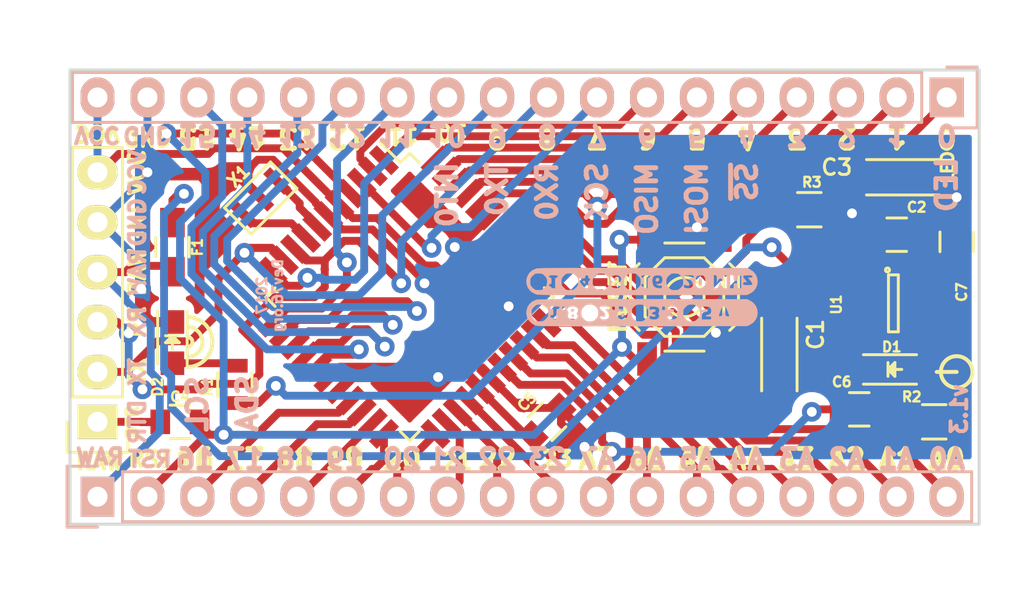
<source format=kicad_pcb>
(kicad_pcb (version 20221018) (generator pcbnew)
  (title_block (title "Mightyduino") (date "2017-01-07") (rev "1.3") (company "dev76.org"))
  (layers (0 "F.Cu" signal) (31 "B.Cu" signal) (34 "B.Paste" user) (35 "F.Paste" user) (36 "B.SilkS" user "B.Silkscreen") (37 "F.SilkS" user "F.Silkscreen") (38 "B.Mask" user) (39 "F.Mask" user) (44 "Edge.Cuts" user))
  (net 0 "")
  (net 1 "Net-(C1-Pad1)")
  (net 2 "GND")
  (net 3 "VCC")
  (net 4 "/RESET")
  (net 5 "/DTR")
  (net 6 "Net-(C6-Pad1)")
  (net 7 "Net-(D1-Pad2)")
  (net 8 "Net-(D2-Pad2)")
  (net 9 "/RAW")
  (net 10 "/D5")
  (net 11 "/D6")
  (net 12 "/D7")
  (net 13 "Net-(IC1-Pad7)")
  (net 14 "Net-(IC1-Pad8)")
  (net 15 "/D8")
  (net 16 "/D9")
  (net 17 "/D10")
  (net 18 "/D11")
  (net 19 "/D12")
  (net 20 "/D13")
  (net 21 "/D14")
  (net 22 "/D15")
  (net 23 "/D16")
  (net 24 "/D17")
  (net 25 "/D18")
  (net 26 "/D19")
  (net 27 "/D20")
  (net 28 "/D21")
  (net 29 "/D22")
  (net 30 "/D23")
  (net 31 "/A7")
  (net 32 "/A6")
  (net 33 "/A5")
  (net 34 "/A4")
  (net 35 "/A3")
  (net 36 "/A2")
  (net 37 "/A1")
  (net 38 "/A0")
  (net 39 "/D0")
  (net 40 "/D1")
  (net 41 "/D2")
  (net 42 "/D3")
  (net 43 "/D4")
  (net 44 "Net-(C7-Pad1)")
  (footprint "Capacitors_SMD:C_0805" (layer "F.Cu") (at 170.18 107.315 180)
    (fp_text reference "C2")
    (fp_text value "100n")
  )
  (footprint "Capacitors_SMD:C_0805" (layer "F.Cu") (at 152.4 116.84 45)
    (fp_text reference "C5")
    (fp_text value "100n")
  )
  (footprint "Capacitors_SMD:C_0805" (layer "F.Cu") (at 168.275 116.205)
    (fp_text reference "C6")
    (fp_text value "100n")
  )
  (footprint "LEDs:LED_0805" (layer "F.Cu") (at 133.35 112.80902 -90)
    (fp_text reference "D2")
    (fp_text value "blue")
  )
  (footprint "Capacitors_SMD:C_0805_HandSoldering" (layer "F.Cu") (at 133.35 107.95 90)
    (fp_text reference "F1")
    (fp_text value "500mA" hide)
  )
  (footprint "Housings_QFP:LQFP-44_10x10mm_Pitch0.8mm" (layer "F.Cu") (at 145.415 110.49 -45)
    (fp_text reference "IC1" hide)
    (fp_text value "ATMEGA644P-A" hide)
  )
  (footprint "Pin_Headers:Pin_Header_Straight_1x06" (layer "F.Cu") (at 129.54 116.84 180)
    (fp_text reference "P2" hide)
    (fp_text value "CONN_01X06")
  )
  (footprint "Resistors_SMD:R_0805" (layer "F.Cu") (at 136.525 114.935 -90)
    (fp_text reference "R1")
    (fp_text value "330")
  )
  (footprint "Resistors_SMD:R_0805" (layer "F.Cu") (at 172.085 116.84)
    (fp_text reference "R2")
    (fp_text value "330")
  )
  (footprint "Resistors_SMD:R_0805" (layer "F.Cu") (at 165.735 106.045 180)
    (fp_text reference "R3")
    (fp_text value "10k")
  )
  (footprint "Buttons_Switches_SMD:SW_SPST_TL3342" (layer "F.Cu") (at 159.385 110.49 -90)
    (fp_text reference "SW1" hide)
    (fp_text value "RESET")
  )
  (footprint "parts:CSTCEv2" (layer "F.Cu") (at 137.795 105.41 -135)
    (fp_text reference "X1")
    (fp_text value "CSTCE 16MHZ" hide)
  )
  (footprint "Capacitors_SMD:C_0805" (layer "F.Cu") (at 173.228 107.68 90)
    (fp_text reference "C7")
    (fp_text value "470p")
  )
  (footprint "TO_SOT_Packages_SMD:SOT-23-5" (layer "F.Cu") (at 170.01 110.81)
    (fp_text reference "U1")
    (fp_text value "MIC5219-3.3YM5" hide)
  )
  (footprint "Capacitors_SMD:C_0805" (layer "F.Cu") (at 133.731 116.84 180)
    (fp_text reference "C4")
    (fp_text value "100n")
  )
  (footprint "LEDs:LED_0805" (layer "F.Cu") (at 170.08602 114.173)
    (fp_text reference "D1")
    (fp_text value "red")
  )
  (footprint "Capacitors_Tantalum_SMD:TantalC_SizeA_EIA-3216_Reflow" (layer "F.Cu") (at 164.211 113.665 -90)
    (fp_text reference "C1")
    (fp_text value "10u")
  )
  (footprint "Capacitors_Tantalum_SMD:TantalC_SizeA_EIA-3216_Reflow" (layer "F.Cu") (at 170.2435 104.394 180)
    (fp_text reference "C3")
    (fp_text value "10u")
  )
  (footprint "Pin_Headers:Pin_Header_Straight_1x18" (layer "B.Cu") (at 172.72 100.33 90)
    (fp_text reference "P1" hide)
    (fp_text value "CONN_01X18")
  )
  (footprint "Pin_Headers:Pin_Header_Straight_1x18" (layer "B.Cu") (at 129.54 120.65 -90)
    (fp_text reference "P3" hide)
    (fp_text value "CONN_01X18")
  )
  (footprint "parts:logo_small_solder_mask" (layer "B.Cu") (at 168.91 110.49 -90)
    (fp_text reference "G***" hide)
    (fp_text value "LOGO" hide)
  )
  (footprint "parts:dev76logo" (layer "B.Cu") (at 161.29 115.57 180)
    (fp_text reference "G***" hide)
    (fp_text value "LOGO" hide)
  )
  (footprint "parts:specs" (layer "B.Cu") (at 157.226 110.49)
    (fp_text reference "G***" hide)
    (fp_text value "LOGO" hide)
  )
  (footprint "parts:logo_oshw" (layer "B.Cu") (at 163.576 113.792 180)
    (fp_text reference "G***" hide)
    (fp_text value "LOGO" hide)
  )
  (gr_line (start 172.212 114.3) (end 173.228 114.3) (stroke (width 0.2)) (layer "F.SilkS"))
  (gr_arc (start 134.112 112.522) (mid 134.36272 112.735314) (end 134.192322 113.016966) (stroke (width 0.2)) (layer "F.SilkS"))
  (gr_circle (center 173.228 114.3) (end 173.482 113.538) (stroke (width 0.2)) (fill none) (layer "F.SilkS"))
  (gr_arc (start 134.112 111.506) (mid 135.382 112.776) (end 134.112 114.046) (stroke (width 0.2)) (layer "F.SilkS"))
  (gr_arc (start 134.112 112.014) (mid 134.874 112.776) (end 134.112 113.538) (stroke (width 0.2)) (layer "F.SilkS"))
  (gr_line (start 128.143 98.933) (end 128.143 98.933) (stroke (width 0.15)) (layer "Edge.Cuts"))
  (gr_line (start 128.143 98.933) (end 174.371 98.933) (stroke (width 0.15)) (layer "Edge.Cuts"))
  (gr_line (start 174.371 98.933) (end 174.371 122.047) (stroke (width 0.15)) (layer "Edge.Cuts"))
  (gr_line (start 174.371 122.047) (end 128.143 122.047) (stroke (width 0.15)) (layer "Edge.Cuts"))
  (gr_line (start 128.143 122.047) (end 128.143 98.933) (stroke (width 0.15)) (layer "Edge.Cuts"))
  (gr_text "VCC" (at 131.572 104.14 90) (layer "B.SilkS") (effects (font (size 0.8 0.8) (thickness 0.2)) (justify mirror)))
  (gr_text "GND" (at 131.572 106.68 90) (layer "B.SilkS") (effects (font (size 0.8 0.8) (thickness 0.2)) (justify mirror)))
  (gr_text "RAW" (at 131.572 109.22 90) (layer "B.SilkS") (effects (font (size 0.8 0.8) (thickness 0.2)) (justify mirror)))
  (gr_text "RX" (at 131.572 111.76 90) (layer "B.SilkS") (effects (font (size 0.8 0.8) (thickness 0.2)) (justify mirror)))
  (gr_text "TX" (at 131.572 114.3 90) (layer "B.SilkS") (effects (font (size 0.8 0.8) (thickness 0.2)) (justify mirror)))
  (gr_text "DTR" (at 131.572 116.84 90) (layer "B.SilkS") (effects (font (size 0.8 0.8) (thickness 0.2)) (justify mirror)))
  (gr_text "A6" (at 157.48 118.745) (layer "B.SilkS") (effects (font (size 1 1) (thickness 0.25)) (justify mirror)))
  (gr_text "A7" (at 154.94 118.745) (layer "B.SilkS") (effects (font (size 1 1) (thickness 0.25)) (justify mirror)))
  (gr_text "A4" (at 162.56 118.745) (layer "B.SilkS") (effects (font (size 1 1) (thickness 0.25)) (justify mirror)))
  (gr_text "A5" (at 160.02 118.745) (layer "B.SilkS") (effects (font (size 1 1) (thickness 0.25)) (justify mirror)))
  (gr_text "20" (at 145.034 118.745) (layer "B.SilkS") (effects (font (size 1 1) (thickness 0.25)) (justify mirror)))
  (gr_text "22" (at 149.86 118.745) (layer "B.SilkS") (effects (font (size 1 1) (thickness 0.25)) (justify mirror)))
  (gr_text "19" (at 142.113 118.745) (layer "B.SilkS") (effects (font (size 1 1) (thickness 0.25)) (justify mirror)))
  (gr_text "16" (at 134.493 118.745) (layer "B.SilkS") (effects (font (size 1 1) (thickness 0.25)) (justify mirror)))
  (gr_text "18" (at 139.573 118.745) (layer "B.SilkS") (effects (font (size 1 1) (thickness 0.25)) (justify mirror)))
  (gr_text "17" (at 137.033 118.745) (layer "B.SilkS") (effects (font (size 1 1) (thickness 0.25)) (justify mirror)))
  (gr_text "A2" (at 167.64 118.745) (layer "B.SilkS") (effects (font (size 1 1) (thickness 0.25)) (justify mirror)))
  (gr_text "A3" (at 165.1 118.745) (layer "B.SilkS") (effects (font (size 1 1) (thickness 0.25)) (justify mirror)))
  (gr_text "A0" (at 172.72 118.745) (layer "B.SilkS") (effects (font (size 1 1) (thickness 0.25)) (justify mirror)))
  (gr_text "A1" (at 170.18 118.745) (layer "B.SilkS") (effects (font (size 1 1) (thickness 0.25)) (justify mirror)))
  (gr_text "RST" (at 132.207 118.745) (layer "B.SilkS") (effects (font (size 0.8 0.8) (thickness 0.2)) (justify mirror)))
  (gr_text "RAW" (at 129.667 118.618) (layer "B.SilkS") (effects (font (size 0.8 0.8) (thickness 0.2)) (justify mirror)))
  (gr_text "7" (at 154.94 102.235 180) (layer "B.SilkS") (effects (font (size 1 1) (thickness 0.25)) (justify mirror)))
  (gr_text "6" (at 157.48 102.235 180) (layer "B.SilkS") (effects (font (size 1 1) (thickness 0.25)) (justify mirror)))
  (gr_text "8" (at 152.4 102.235 180) (layer "B.SilkS") (effects (font (size 1 1) (thickness 0.25)) (justify mirror)))
  (gr_text "5" (at 160.02 102.235 180) (layer "B.SilkS") (effects (font (size 1 1) (thickness 0.25)) (justify mirror)))
  (gr_text "4" (at 162.56 102.235 180) (layer "B.SilkS") (effects (font (size 1 1) (thickness 0.25)) (justify mirror)))
  (gr_text "9" (at 149.86 102.235 180) (layer "B.SilkS") (effects (font (size 1 1) (thickness 0.25)) (justify mirror)))
  (gr_text "12" (at 142.24 102.235 180) (layer "B.SilkS") (effects (font (size 1 1) (thickness 0.25)) (justify mirror)))
  (gr_text "14" (at 137.16 102.235 180) (layer "B.SilkS") (effects (font (size 1 1) (thickness 0.25)) (justify mirror)))
  (gr_text "13" (at 139.7 102.235 180) (layer "B.SilkS") (effects (font (size 1 1) (thickness 0.25)) (justify mirror)))
  (gr_text "0" (at 172.72 102.235 180) (layer "B.SilkS") (effects (font (size 1 1) (thickness 0.25)) (justify mirror)))
  (gr_text "1" (at 170.18 102.235 180) (layer "B.SilkS") (effects (font (size 1 1) (thickness 0.25)) (justify mirror)))
  (gr_text "3" (at 165.1 102.235 180) (layer "B.SilkS") (effects (font (size 1 1) (thickness 0.25)) (justify mirror)))
  (gr_text "2" (at 167.64 102.235 180) (layer "B.SilkS") (effects (font (size 1 1) (thickness 0.25)) (justify mirror)))
  (gr_text "15" (at 134.62 102.235 180) (layer "B.SilkS") (effects (font (size 1 1) (thickness 0.25)) (justify mirror)))
  (gr_text "VCC" (at 129.5146 102.235 180) (layer "B.SilkS") (effects (font (size 0.8 0.8) (thickness 0.2)) (justify mirror)))
  (gr_text "GND" (at 132.08 102.235 180) (layer "B.SilkS") (effects (font (size 0.8 0.8) (thickness 0.2)) (justify mirror)))
  (gr_text "11" (at 144.78 102.235 180) (layer "B.SilkS") (effects (font (size 1 1) (thickness 0.25)) (justify mirror)))
  (gr_text "10" (at 147.32 102.235 180) (layer "B.SilkS") (effects (font (size 1 1) (thickness 0.25)) (justify mirror)))
  (gr_text "23" (at 152.4 118.745) (layer "B.SilkS") (effects (font (size 1 1) (thickness 0.25)) (justify mirror)))
  (gr_text "21" (at 147.32 118.745) (layer "B.SilkS") (effects (font (size 1 1) (thickness 0.25)) (justify mirror)))
  (gr_text "MOSI" (at 160.02 103.505 90) (layer "B.SilkS") (effects (font (size 1 1) (thickness 0.25)) (justify left mirror)))
  (gr_text "MISO" (at 157.48 103.505 90) (layer "B.SilkS") (effects (font (size 1 1) (thickness 0.25)) (justify left mirror)))
  (gr_text "SCK" (at 154.94 103.505 90) (layer "B.SilkS") (effects (font (size 1 1) (thickness 0.25)) (justify left mirror)))
  (gr_text "SCL" (at 134.62 117.475 90) (layer "B.SilkS") (effects (font (size 1 1) (thickness 0.25)) (justify right mirror)))
  (gr_text "SDA" (at 137.16 117.475 90) (layer "B.SilkS") (effects (font (size 1 1) (thickness 0.25)) (justify right mirror)))
  (gr_text "RX0" (at 152.4 103.505 90) (layer "B.SilkS") (effects (font (size 1 1) (thickness 0.25)) (justify left mirror)))
  (gr_text "TX0" (at 149.86 103.505 90) (layer "B.SilkS") (effects (font (size 1 1) (thickness 0.25)) (justify left mirror)))
  (gr_text "INT0" (at 147.32 103.505 90) (layer "B.SilkS") (effects (font (size 1 1) (thickness 0.25)) (justify left mirror)))
  (gr_text "~{SS}" (at 162.56 103.505 90) (layer "B.SilkS") (effects (font (size 1 1) (thickness 0.25)) (justify left mirror)))
  (gr_text "2017\nDev76.org" (at 138.303 110.4138 90) (layer "B.SilkS") (effects (font (size 0.5 0.5) (thickness 0.125)) (justify mirror)))
  (gr_text "v1.3" (at 173.355 116.205 90) (layer "B.SilkS") (effects (font (size 0.8 0.8) (thickness 0.2)) (justify mirror)))
  (gr_text "LED" (at 172.72 104.775 90) (layer "B.SilkS") (effects (font (size 1 1) (thickness 0.25)) (justify mirror)))
  (gr_text "A1" (at 170.18 118.745) (layer "F.SilkS") (effects (font (size 1 1) (thickness 0.25))))
  (gr_text "A2" (at 167.64 118.745) (layer "F.SilkS") (effects (font (size 1 1) (thickness 0.25))))
  (gr_text "A3" (at 165.1 118.745) (layer "F.SilkS") (effects (font (size 1 1) (thickness 0.25))))
  (gr_text "A5" (at 160.02 118.745) (layer "F.SilkS") (effects (font (size 1 1) (thickness 0.25))))
  (gr_text "A7" (at 154.94 118.745) (layer "F.SilkS") (effects (font (size 1 1) (thickness 0.25))))
  (gr_text "A4" (at 162.56 118.745) (layer "F.SilkS") (effects (font (size 1 1) (thickness 0.25))))
  (gr_text "A6" (at 157.48 118.745) (layer "F.SilkS") (effects (font (size 1 1) (thickness 0.25))))
  (gr_text "22" (at 149.86 118.745) (layer "F.SilkS") (effects (font (size 1 1) (thickness 0.25))))
  (gr_text "20" (at 145.034 118.745) (layer "F.SilkS") (effects (font (size 1 1) (thickness 0.25))))
  (gr_text "23" (at 152.908 118.745) (layer "F.SilkS") (effects (font (size 0.8 0.8) (thickness 0.2))))
  (gr_text "21" (at 147.828 118.872) (layer "F.SilkS") (effects (font (size 0.8 0.8) (thickness 0.2))))
  (gr_text "18" (at 139.573 118.745) (layer "F.SilkS") (effects (font (size 1 1) (thickness 0.25))))
  (gr_text "16" (at 134.493 118.745) (layer "F.SilkS") (effects (font (size 1 1) (thickness 0.25))))
  (gr_text "19" (at 142.113 118.745) (layer "F.SilkS") (effects (font (size 1 1) (thickness 0.25))))
  (gr_text "17" (at 137.033 118.745) (layer "F.SilkS") (effects (font (size 1 1) (thickness 0.25))))
  (gr_text "RST" (at 132.207 118.745) (layer "F.SilkS") (effects (font (size 0.8 0.8) (thickness 0.2))))
  (gr_text "RAW" (at 129.667 118.872) (layer "F.SilkS") (effects (font (size 0.8 0.8) (thickness 0.2))))
  (gr_text "15" (at 134.62 102.362 180) (layer "F.SilkS") (effects (font (size 1 1) (thickness 0.25))))
  (gr_text "14" (at 137.16 102.362 180) (layer "F.SilkS") (effects (font (size 1 1) (thickness 0.25))))
  (gr_text "12" (at 142.24 102.362 180) (layer "F.SilkS") (effects (font (size 1 1) (thickness 0.25))))
  (gr_text "13" (at 139.7 102.362 180) (layer "F.SilkS") (effects (font (size 1 1) (thickness 0.25))))
  (gr_text "8" (at 152.4 102.362 180) (layer "F.SilkS") (effects (font (size 1 1) (thickness 0.25))))
  (gr_text "10" (at 147.574 102.108 180) (layer "F.SilkS") (effects (font (size 0.8 0.8) (thickness 0.2))))
  (gr_text "9" (at 149.86 102.362 180) (layer "F.SilkS") (effects (font (size 1 1) (thickness 0.25))))
  (gr_text "11" (at 145.0594 102.2985 180) (layer "F.SilkS") (effects (font (size 0.8 0.8) (thickness 0.2))))
  (gr_text "7" (at 154.94 102.362 180) (layer "F.SilkS") (effects (font (size 1 1) (thickness 0.25))))
  (gr_text "6" (at 157.48 102.362 180) (layer "F.SilkS") (effects (font (size 1 1) (thickness 0.25))))
  (gr_text "2" (at 167.64 102.362 180) (layer "F.SilkS") (effects (font (size 1 1) (thickness 0.25))))
  (gr_text "3" (at 165.1 102.362 180) (layer "F.SilkS") (effects (font (size 1 1) (thickness 0.25))))
  (gr_text "4" (at 162.56 102.362 180) (layer "F.SilkS") (effects (font (size 1 1) (thickness 0.25))))
  (gr_text "5" (at 160.02 102.362 180) (layer "F.SilkS") (effects (font (size 1 1) (thickness 0.25))))
  (gr_text "1" (at 170.18 102.362 180) (layer "F.SilkS") (effects (font (size 1 1) (thickness 0.25))))
  (gr_text "0" (at 172.72 102.362 180) (layer "F.SilkS") (effects (font (size 1 1) (thickness 0.25))))
  (gr_text "GND" (at 132.08 102.362 180) (layer "F.SilkS") (effects (font (size 0.8 0.8) (thickness 0.2))))
  (gr_text "VCC" (at 129.5146 102.1588 180) (layer "F.SilkS") (effects (font (size 0.8 0.8) (thickness 0.2))))
  (gr_text "VCC" (at 131.561123 104.143181 90) (layer "F.SilkS") (effects (font (size 0.8 0.8) (thickness 0.2))))
  (gr_text "DTR" (at 131.318 116.84 90) (layer "F.SilkS") (effects (font (size 0.6 0.6))))
  (gr_text "RX" (at 131.561123 111.763181 90) (layer "F.SilkS") (effects (font (size 0.8 0.8) (thickness 0.2))))
  (gr_text "TX" (at 131.561123 114.303181 90) (layer "F.SilkS") (effects (font (size 0.8 0.8) (thickness 0.2))))
  (gr_text "GND" (at 131.561123 106.683181 90) (layer "F.SilkS") (effects (font (size 0.8 0.8) (thickness 0.2))))
  (gr_text "RAW" (at 131.561123 109.223181 90) (layer "F.SilkS") (effects (font (size 0.8 0.8) (thickness 0.2))))
  (gr_text "LED" (at 172.7708 103.886 90) (layer "F.SilkS") (effects (font (size 0.6 0.6))))
  (gr_text "RESET" (at 156.0068 110.49 90) (layer "F.SilkS") (effects (font (size 0.8 0.8) (thickness 0.2))))
  (gr_text "A0" (at 172.72 118.745) (layer "F.SilkS") (effects (font (size 1 1) (thickness 0.25))))
  (segment (start 165.71 109.843636) (end 163.822829 107.956465) (width 0.4) (layer "F.Cu") (net 1))
  (segment (start 163.836364 107.97) (end 163.822829 107.956465) (width 0.4) (layer "F.Cu") (net 1))
  (segment (start 168.91 109.86) (end 167.64 109.86) (width 0.4) (layer "F.Cu") (net 1))
  (segment (start 164.220769 111.349231) (end 165.71 109.86) (width 0.4) (layer "F.Cu") (net 1))
  (segment (start 165.71 109.86) (end 165.71 109.843636) (width 0.4) (layer "F.Cu") (net 1))
  (segment (start 168.91 111.76) (end 167.98 111.76) (width 0.4) (layer "F.Cu") (net 1))
  (segment (start 167.98 111.76) (end 167.64 111.42) (width 0.4) (layer "F.Cu") (net 1))
  (segment (start 167.64 109.86) (end 165.71 109.86) (width 0.4) (layer "F.Cu") (net 1))
  (segment (start 133.35 106.7) (end 133.35 105.55) (width 0.4) (layer "F.Cu") (net 1))
  (segment (start 167.64 111.42) (end 167.64 109.86) (width 0.4) (layer "F.Cu") (net 1))
  (segment (start 164.220769 112.429587) (end 164.220769 111.349231) (width 0.4) (layer "F.Cu") (net 1))
  (segment (start 133.35 105.55) (end 133.666615 105.233385) (width 0.4) (layer "F.Cu") (net 1))
  (segment (start 133.666615 105.233385) (end 133.935385 105.233385) (width 0.4) (layer "F.Cu") (net 1))
  (via (at 133.935385 105.233385) (size 1) (drill 0.5) (layers "F.Cu" "B.Cu") (net 1))
  (via (at 163.822829 107.956465) (size 1) (drill 0.5) (layers "F.Cu" "B.Cu") (net 1))
  (segment (start 163.822829 107.956465) (end 162.660952 107.956465) (width 0.4) (layer "B.Cu") (net 1))
  (segment (start 133.286013 114.52635) (end 132.92499 114.165328) (width 0.4) (layer "B.Cu") (net 1))
  (segment (start 133.286013 116.10565) (end 133.286013 114.52635) (width 0.4) (layer "B.Cu") (net 1))
  (segment (start 132.92499 106.24378) (end 133.435386 105.733384) (width 0.4) (layer "B.Cu") (net 1))
  (segment (start 133.435386 105.733384) (end 133.935385 105.233385) (width 0.4) (layer "B.Cu") (net 1))
  (segment (start 135.767734 118.587371) (end 133.286013 116.10565) (width 0.4) (layer "B.Cu") (net 1))
  (segment (start 152.030046 118.587371) (end 135.767734 118.587371) (width 0.4) (layer "B.Cu") (net 1))
  (segment (start 162.660952 107.956465) (end 152.030046 118.587371) (width 0.4) (layer "B.Cu") (net 1))
  (segment (start 132.92499 114.165328) (end 132.92499 106.24378) (width 0.4) (layer "B.Cu") (net 1))
  (segment (start 169.275 114.44402) (end 169.13098 114.3) (width 0.4) (layer "F.Cu") (net 2))
  (segment (start 169.275 116.205) (end 169.275 114.44402) (width 0.4) (layer "F.Cu") (net 2))
  (segment (start 164.316349 114.962459) (end 164.38389 115.03) (width 0.4) (layer "F.Cu") (net 2))
  (segment (start 137.219769 104.438772) (end 137.219769 104.834769) (width 0.4) (layer "F.Cu") (net 2))
  (segment (start 137.13438 104.353383) (end 132.293383 104.353383) (width 0.4) (layer "F.Cu") (net 2))
  (segment (start 137.219769 104.438772) (end 137.13438 104.353383) (width 0.4) (layer "F.Cu") (net 2))
  (segment (start 133.35 111.677191) (end 133.081672 111.408863) (width 0.4) (layer "F.Cu") (net 2))
  (segment (start 168.91 110.81) (end 169.499002 110.81) (width 0.4) (layer "F.Cu") (net 2))
  (segment (start 141.844111 115.19226) (end 142.42211 114.614261) (width 0.4) (layer "F.Cu") (net 2))
  (segment (start 146.165037 109.691054) (end 146.165037 109.790027) (width 0.4) (layer "F.Cu") (net 2))
  (segment (start 149.551575 114.626575) (end 148.929505 114.004504) (width 0.4) (layer "F.Cu") (net 2))
  (segment (start 168.9335 104.394) (end 168.9335 107.0685) (width 0.4) (layer "F.Cu") (net 2))
  (segment (start 169.18 107.19) (end 168.218323 106.228323) (width 0.4) (layer "F.Cu") (net 2))
  (segment (start 141.278425 106.353425) (end 141.975217 107.050217) (width 0.4) (layer "F.Cu") (net 2))
  (segment (start 153.107107 116.132893) (end 153.107107 116.912107) (width 0.4) (layer "F.Cu") (net 2))
  (segment (start 165.1 115.03) (end 168.40098 115.03) (width 0.4) (layer "F.Cu") (net 2))
  (segment (start 160.02 106.934) (end 160.879 106.934) (width 0.4) (layer "F.Cu") (net 2))
  (segment (start 147.959114 107.945886) (end 147.706105 107.945886) (width 0.4) (layer "F.Cu") (net 2))
  (segment (start 132.35056 111.76) (end 131.758821 111.168261) (width 0.4) (layer "F.Cu") (net 2))
  (segment (start 131.758821 111.168261) (end 131.758821 110.777061) (width 0.4) (layer "F.Cu") (net 2))
  (segment (start 141.975217 107.050217) (end 143.5242 107.050217) (width 0.4) (layer "F.Cu") (net 2))
  (segment (start 151.057893 116.132893) (end 149.551575 114.626575) (width 0.4) (layer "F.Cu") (net 2))
  (segment (start 142.42211 114.614261) (end 146.101654 114.614261) (width 0.4) (layer "F.Cu") (net 2))
  (segment (start 168.218323 106.228323) (end 167.904886 106.228323) (width 0.4) (layer "F.Cu") (net 2))
  (segment (start 137.219769 103.967355) (end 137.219769 104.438772) (width 0.4) (layer "F.Cu") (net 2))
  (segment (start 173.228 106.68) (end 173.228 105.41) (width 0.4) (layer "F.Cu") (net 2))
  (segment (start 141.278425 106.353425) (end 140.64203 105.71703) (width 0.4) (layer "F.Cu") (net 2))
  (segment (start 168.9335 107.0685) (end 169.18 107.315) (width 0.4) (layer "F.Cu") (net 2))
  (segment (start 162.325 115.03) (end 161.285 113.99) (width 0.4) (layer "F.Cu") (net 2))
  (segment (start 132.293383 104.353383) (end 132.08 104.14) (width 0.4) (layer "F.Cu") (net 2))
  (segment (start 137.68696 103.500164) (end 137.219769 103.967355) (width 0.4) (layer "F.Cu") (net 2))
  (segment (start 138.473191 103.500164) (end 137.68696 103.500164) (width 0.4) (layer "F.Cu") (net 2))
  (segment (start 169.820001 108.980001) (end 169.18 108.34) (width 0.4) (layer "F.Cu") (net 2))
  (segment (start 169.820001 110.489001) (end 169.820001 108.980001) (width 0.4) (layer "F.Cu") (net 2))
  (segment (start 161.201288 112.306288) (end 160.985044 112.306288) (width 0.4) (layer "F.Cu") (net 2))
  (segment (start 140.64203 105.71703) (end 140.64203 105.669003) (width 0.4) (layer "F.Cu") (net 2))
  (segment (start 148.929505 112.47754) (end 149.94709 111.459955) (width 0.4) (layer "F.Cu") (net 2))
  (segment (start 168.40098 115.03) (end 169.13098 114.3) (width 0.4) (layer "F.Cu") (net 2))
  (segment (start 169.18 108.34) (end 169.18 107.315) (width 0.4) (layer "F.Cu") (net 2))
  (segment (start 148.929505 114.004504) (end 148.929505 112.47754) (width 0.4) (layer "F.Cu") (net 2))
  (segment (start 160.879 106.934) (end 161.285 107.34) (width 0.4) (layer "F.Cu") (net 2))
  (segment (start 149.94709 111.459955) (end 150.447089 110.959956) (width 0.4) (layer "F.Cu") (net 2))
  (segment (start 161.285 113.99) (end 161.285 113.64) (width 0.4) (layer "F.Cu") (net 2))
  (segment (start 131.758821 110.777061) (end 131.758821 110.069955) (width 0.4) (layer "F.Cu") (net 2))
  (segment (start 137.219769 104.834769) (end 137.820809 105.435809) (width 0.4) (layer "F.Cu") (net 2))
  (segment (start 169.18 107.315) (end 169.18 107.19) (width 0.4) (layer "F.Cu") (net 2))
  (segment (start 146.101654 114.614261) (end 146.153873 114.562042) (width 0.4) (layer "F.Cu") (net 2))
  (segment (start 153.107107 116.132893) (end 151.057893 116.132893) (width 0.4) (layer "F.Cu") (net 2))
  (segment (start 146.153873 114.562042) (end 146.860979 114.562042) (width 0.4) (layer "F.Cu") (net 2))
  (segment (start 153.107107 116.912107) (end 154.305 118.11) (width 0.4) (layer "F.Cu") (net 2))
  (segment (start 133.35 111.76) (end 133.35 111.677191) (width 0.4) (layer "F.Cu") (net 2))
  (segment (start 161.285 112.39) (end 161.201288 112.306288) (width 0.4) (layer "F.Cu") (net 2))
  (segment (start 169.499002 110.81) (end 169.820001 110.489001) (width 0.4) (layer "F.Cu") (net 2))
  (segment (start 165.1 115.03) (end 162.325 115.03) (width 0.4) (layer "F.Cu") (net 2))
  (segment (start 149.551575 106.353425) (end 147.959114 107.945886) (width 0.4) (layer "F.Cu") (net 2))
  (segment (start 161.285 113.64) (end 161.285 112.39) (width 0.4) (layer "F.Cu") (net 2))
  (segment (start 140.64203 105.669003) (end 138.473191 103.500164) (width 0.4) (layer "F.Cu") (net 2))
  (segment (start 164.38389 115.03) (end 165.1 115.03) (width 0.4) (layer "F.Cu") (net 2))
  (segment (start 143.5242 107.050217) (end 146.165037 109.691054) (width 0.4) (layer "F.Cu") (net 2))
  (segment (start 133.35 111.76) (end 132.35056 111.76) (width 0.4) (layer "F.Cu") (net 2))
  (via (at 131.758821 110.069955) (size 1) (drill 0.5) (layers "F.Cu" "B.Cu") (net 2))
  (via (at 146.860979 114.562042) (size 1) (drill 0.5) (layers "F.Cu" "B.Cu") (net 2))
  (via (at 167.904886 106.228323) (size 1) (drill 0.5) (layers "F.Cu" "B.Cu") (net 2))
  (via (at 160.985044 112.306288) (size 1) (drill 0.5) (layers "F.Cu" "B.Cu") (net 2))
  (via (at 150.447089 110.959956) (size 1) (drill 0.5) (layers "F.Cu" "B.Cu") (net 2))
  (via (at 154.305 118.11) (size 1) (drill 0.5) (layers "F.Cu" "B.Cu") (net 2))
  (via (at 147.706105 107.945886) (size 1) (drill 0.5) (layers "F.Cu" "B.Cu") (net 2))
  (via (at 132.08 104.14) (size 1) (drill 0.5) (layers "F.Cu" "B.Cu") (net 2))
  (via (at 146.165037 109.790027) (size 1) (drill 0.5) (layers "F.Cu" "B.Cu") (net 2))
  (via (at 160.02 106.934) (size 1) (drill 0.5) (layers "F.Cu" "B.Cu") (net 2))
  (via (at 173.228 105.41) (size 1) (drill 0.5) (layers "F.Cu" "B.Cu") (net 2))
  (segment (start 146.665036 110.290026) (end 146.165037 109.790027) (width 0.4) (layer "B.Cu") (net 2))
  (segment (start 173.228 105.41) (end 172.409677 106.228323) (width 0.4) (layer "B.Cu") (net 2))
  (segment (start 131.758821 108.746421) (end 131.758821 109.362849) (width 0.4) (layer "B.Cu") (net 2))
  (segment (start 160.108712 112.306288) (end 160.277938 112.306288) (width 0.4) (layer "B.Cu") (net 2))
  (segment (start 129.6924 106.68) (end 131.758821 108.746421) (width 0.4) (layer "B.Cu") (net 2))
  (segment (start 165.608 106.807) (end 164.846 106.045) (width 0.4) (layer "B.Cu") (net 2))
  (segment (start 147.706105 108.652992) (end 146.56907 109.790027) (width 0.4) (layer "B.Cu") (net 2))
  (segment (start 161.485043 111.806289) (end 162.894711 111.806289) (width 0.4) (layer "B.Cu") (net 2))
  (segment (start 165.608 106.807) (end 166.186677 106.228323) (width 0.4) (layer "B.Cu") (net 2))
  (segment (start 132.08 101.746) (end 132.08 100.33) (width 0.4) (layer "B.Cu") (net 2))
  (segment (start 129.6924 106.68) (end 132.08 104.2924) (width 0.4) (layer "B.Cu") (net 2))
  (segment (start 164.846 106.045) (end 160.909 106.045) (width 0.4) (layer "B.Cu") (net 2))
  (segment (start 150.447089 110.959956) (end 146.860979 114.546066) (width 0.4) (layer "B.Cu") (net 2))
  (segment (start 166.186677 106.228323) (end 167.19778 106.228323) (width 0.4) (layer "B.Cu") (net 2))
  (segment (start 154.305 118.11) (end 160.108712 112.306288) (width 0.4) (layer "B.Cu") (net 2))
  (segment (start 132.08 104.14) (end 132.08 104.163688) (width 0.4) (layer "B.Cu") (net 2))
  (segment (start 147.706105 107.945886) (end 147.706105 108.652992) (width 0.4) (layer "B.Cu") (net 2))
  (segment (start 168.611992 106.228323) (end 167.904886 106.228323) (width 0.4) (layer "B.Cu") (net 2))
  (segment (start 146.860979 114.562042) (end 146.860979 110.485969) (width 0.4) (layer "B.Cu") (net 2))
  (segment (start 146.860979 110.485969) (end 146.665036 110.290026) (width 0.4) (layer "B.Cu") (net 2))
  (segment (start 165.227 109.474) (end 165.608 109.093) (width 0.4) (layer "B.Cu") (net 2))
  (segment (start 146.860979 114.546066) (end 146.860979 114.562042) (width 0.4) (layer "B.Cu") (net 2))
  (segment (start 162.894711 111.806289) (end 165.227 109.474) (width 0.4) (layer "B.Cu") (net 2))
  (segment (start 167.19778 106.228323) (end 167.904886 106.228323) (width 0.4) (layer "B.Cu") (net 2))
  (segment (start 146.56907 109.790027) (end 146.165037 109.790027) (width 0.4) (layer "B.Cu") (net 2))
  (segment (start 129.6924 106.68) (end 129.54 106.68) (width 0.4) (layer "B.Cu") (net 2))
  (segment (start 160.277938 112.306288) (end 160.985044 112.306288) (width 0.4) (layer "B.Cu") (net 2))
  (segment (start 160.985044 112.306288) (end 161.485043 111.806289) (width 0.4) (layer "B.Cu") (net 2))
  (segment (start 132.08 104.2924) (end 132.08 101.746) (width 0.4) (layer "B.Cu") (net 2))
  (segment (start 131.758821 109.362849) (end 131.758821 110.069955) (width 0.4) (layer "B.Cu") (net 2))
  (segment (start 165.608 109.093) (end 165.608 106.807) (width 0.4) (layer "B.Cu") (net 2))
  (segment (start 160.909 106.045) (end 160.02 106.934) (width 0.4) (layer "B.Cu") (net 2))
  (segment (start 172.409677 106.228323) (end 168.611992 106.228323) (width 0.4) (layer "B.Cu") (net 2))
  (segment (start 171.5535 104.394) (end 171.5535 106.9415) (width 0.4) (layer "F.Cu") (net 3))
  (segment (start 151.692893 117.547107) (end 151.340736 117.547107) (width 0.4) (layer "F.Cu") (net 3))
  (segment (start 146.17675 108.882508) (end 146.732627 108.882508) (width 0.4) (layer "F.Cu") (net 3))
  (segment (start 156.218855 105.928477) (end 155.381222 106.76611) (width 0.4) (layer "F.Cu") (net 3))
  (segment (start 167.361115 103.379) (end 170.2535 103.379) (width 0.4) (layer "F.Cu") (net 3))
  (segment (start 166.685 106.045) (end 166.685 104.055115) (width 0.4) (layer "F.Cu") (net 3))
  (segment (start 171.11 109.86) (end 171.11 107.385) (width 0.4) (layer "F.Cu") (net 3))
  (segment (start 166.685 105.745) (end 165.935 104.995) (width 0.4) (layer "F.Cu") (net 3))
  (segment (start 171.5535 106.9415) (end 171.18 107.315) (width 0.4) (layer "F.Cu") (net 3))
  (segment (start 148.33517 113.001381) (end 147.20536 111.87157) (width 0.4) (layer "F.Cu") (net 3))
  (segment (start 129.6924 104.14) (end 129.54 104.14) (width 0.4) (layer "F.Cu") (net 3))
  (segment (start 166.685 106.045) (end 166.685 105.745) (width 0.4) (layer "F.Cu") (net 3))
  (segment (start 151.340736 117.547107) (end 148.985889 115.19226) (width 0.4) (layer "F.Cu") (net 3))
  (segment (start 163.932742 104.995) (end 162.999265 105.928477) (width 0.4) (layer "F.Cu") (net 3))
  (segment (start 150.753655 106.282716) (end 150.11726 106.919111) (width 0.4) (layer "F.Cu") (net 3))
  (segment (start 148.40789 114.416286) (end 148.40789 114.303148) (width 0.4) (layer "F.Cu") (net 3))
  (segment (start 171.2685 104.394) (end 171.5535 104.394) (width 0.4) (layer "F.Cu") (net 3))
  (segment (start 170.319812 112.851725) (end 169.979546 112.511459) (width 0.4) (layer "F.Cu") (net 3))
  (segment (start 148.33517 114.230428) (end 148.33517 113.001381) (width 0.4) (layer "F.Cu") (net 3))
  (segment (start 146.667265 112.409665) (end 145.042674 114.034256) (width 0.4) (layer "F.Cu") (net 3))
  (segment (start 138.976526 102.920155) (end 135.451252 102.920155) (width 0.4) (layer "F.Cu") (net 3))
  (segment (start 142.526577 106.470206) (end 143.764448 106.470206) (width 0.4) (layer "F.Cu") (net 3))
  (segment (start 154.542034 106.76611) (end 153.704399 105.928475) (width 0.4) (layer "F.Cu") (net 3))
  (segment (start 169.979546 111.195454) (end 171.315 109.86) (width 0.4) (layer "F.Cu") (net 3))
  (segment (start 147.443245 109.593126) (end 149.480865 107.555506) (width 0.4) (layer "F.Cu") (net 3))
  (segment (start 173.035 116.84) (end 173.059835 116.815165) (width 0.4) (layer "F.Cu") (net 3))
  (segment (start 141.844111 105.78774) (end 142.526577 106.470206) (width 0.4) (layer "F.Cu") (net 3))
  (segment (start 148.985889 115.19226) (end 148.985889 114.994285) (width 0.4) (layer "F.Cu") (net 3))
  (segment (start 147.20536 111.87157) (end 146.667265 112.409665) (width 0.4) (layer "F.Cu") (net 3))
  (segment (start 147.443245 111.633685) (end 146.667265 112.409665) (width 0.4) (layer "F.Cu") (net 3))
  (segment (start 147.443245 109.593126) (end 147.443245 111.633685) (width 0.4) (layer "F.Cu") (net 3))
  (segment (start 171.11 107.385) (end 171.18 107.315) (width 0.4) (layer "F.Cu") (net 3))
  (segment (start 146.732627 108.882508) (end 147.443245 109.593126) (width 0.4) (layer "F.Cu") (net 3))
  (segment (start 130.626852 103.205548) (end 129.6924 104.14) (width 0.4) (layer "F.Cu") (net 3))
  (segment (start 166.685 104.055115) (end 167.361115 103.379) (width 0.4) (layer "F.Cu") (net 3))
  (segment (start 141.844111 105.78774) (end 138.976526 102.920155) (width 0.4) (layer "F.Cu") (net 3))
  (segment (start 169.979546 112.511459) (end 169.979546 111.195454) (width 0.4) (layer "F.Cu") (net 3))
  (segment (start 171.315 109.86) (end 171.11 109.86) (width 0.4) (layer "F.Cu") (net 3))
  (segment (start 143.764448 106.470206) (end 146.17675 108.882508) (width 0.4) (layer "F.Cu") (net 3))
  (segment (start 172.424881 112.851725) (end 170.319812 112.851725) (width 0.4) (layer "F.Cu") (net 3))
  (segment (start 165.935 104.995) (end 163.932742 104.995) (width 0.4) (layer "F.Cu") (net 3))
  (segment (start 171.18 107.19) (end 171.18 107.315) (width 0.4) (layer "F.Cu") (net 3))
  (segment (start 151.107896 105.928475) (end 150.753655 106.282716) (width 0.4) (layer "F.Cu") (net 3))
  (segment (start 149.480865 107.555506) (end 150.11726 106.919111) (width 0.4) (layer "F.Cu") (net 3))
  (segment (start 153.704399 105.928475) (end 151.107896 105.928475) (width 0.4) (layer "F.Cu") (net 3))
  (segment (start 173.059835 113.486679) (end 172.424881 112.851725) (width 0.4) (layer "F.Cu") (net 3))
  (segment (start 173.059835 116.815165) (end 173.059835 113.486679) (width 0.4) (layer "F.Cu") (net 3))
  (segment (start 135.165859 103.205548) (end 130.626852 103.205548) (width 0.4) (layer "F.Cu") (net 3))
  (segment (start 155.381222 106.76611) (end 154.542034 106.76611) (width 0.4) (layer "F.Cu") (net 3))
  (segment (start 145.042674 114.034256) (end 141.870744 114.034256) (width 0.4) (layer "F.Cu") (net 3))
  (segment (start 135.451252 102.920155) (end 135.165859 103.205548) (width 0.4) (layer "F.Cu") (net 3))
  (segment (start 141.870744 114.034256) (end 141.278425 114.626575) (width 0.4) (layer "F.Cu") (net 3))
  (segment (start 148.40789 114.303148) (end 148.33517 114.230428) (width 0.4) (layer "F.Cu") (net 3))
  (segment (start 170.2535 103.379) (end 171.2685 104.394) (width 0.4) (layer "F.Cu") (net 3))
  (segment (start 148.985889 114.994285) (end 148.40789 114.416286) (width 0.4) (layer "F.Cu") (net 3))
  (segment (start 162.999265 105.928477) (end 156.218855 105.928477) (width 0.4) (layer "F.Cu") (net 3))
  (segment (start 129.54 104.14) (end 129.54 100.33) (width 0.4) (layer "B.Cu") (net 3))
  (segment (start 142.409796 105.222054) (end 139.356887 102.169145) (width 0.4) (layer "F.Cu") (net 4))
  (segment (start 132.08 120.65) (end 132.08 120.4976) (width 0.4) (layer "F.Cu") (net 4))
  (segment (start 156.083 107.569) (end 157.256 107.569) (width 0.4) (layer "F.Cu") (net 4))
  (segment (start 135.080133 117.497467) (end 135.247079 117.497467) (width 0.4) (layer "F.Cu") (net 4))
  (segment (start 139.356887 102.169145) (end 133.759355 102.169145) (width 0.4) (layer "F.Cu") (net 4))
  (segment (start 158.385 107.34) (end 157.485 107.34) (width 0.4) (layer "F.Cu") (net 4))
  (segment (start 161.162546 109.496456) (end 160.541456 109.496456) (width 0.4) (layer "F.Cu") (net 4))
  (segment (start 134.633945 116.832452) (end 134.633945 116.884333) (width 0.4) (layer "F.Cu") (net 4))
  (segment (start 157.256 107.569) (end 157.485 107.34) (width 0.4) (layer "F.Cu") (net 4))
  (segment (start 133.759355 102.169145) (end 133.052249 102.169145) (width 0.4) (layer "F.Cu") (net 4))
  (segment (start 164.785 106.045) (end 164.035 106.045) (width 0.4) (layer "F.Cu") (net 4))
  (segment (start 162.531224 108.127778) (end 161.162546 109.496456) (width 0.4) (layer "F.Cu") (net 4))
  (segment (start 156.82 113.64) (end 156.21 113.03) (width 0.4) (layer "F.Cu") (net 4))
  (segment (start 160.541456 109.496456) (end 158.385 107.34) (width 0.4) (layer "F.Cu") (net 4))
  (segment (start 162.531224 107.548776) (end 162.531224 108.127778) (width 0.4) (layer "F.Cu") (net 4))
  (segment (start 134.633945 116.884333) (end 135.247079 117.497467) (width 0.4) (layer "F.Cu") (net 4))
  (segment (start 164.035 106.045) (end 162.531224 107.548776) (width 0.4) (layer "F.Cu") (net 4))
  (segment (start 135.247079 117.497467) (end 135.954185 117.497467) (width 0.4) (layer "F.Cu") (net 4))
  (segment (start 132.08 120.4976) (end 135.080133 117.497467) (width 0.4) (layer "F.Cu") (net 4))
  (segment (start 157.485 113.64) (end 156.82 113.64) (width 0.4) (layer "F.Cu") (net 4))
  (via (at 156.083 107.569) (size 1) (drill 0.5) (layers "F.Cu" "B.Cu") (net 4))
  (via (at 156.21 113.03) (size 1) (drill 0.5) (layers "F.Cu" "B.Cu") (net 4))
  (via (at 133.052249 102.169145) (size 1) (drill 0.5) (layers "F.Cu" "B.Cu") (net 4))
  (via (at 135.954185 117.497467) (size 1) (drill 0.5) (layers "F.Cu" "B.Cu") (net 4))
  (segment (start 135.954185 111.762427) (end 135.954185 116.790361) (width 0.4) (layer "B.Cu") (net 4))
  (segment (start 135.954185 116.790361) (end 135.954185 117.497467) (width 0.4) (layer "B.Cu") (net 4))
  (segment (start 133.735152 106.678142) (end 133.735152 109.543394) (width 0.4) (layer "B.Cu") (net 4))
  (segment (start 156.21 107.696) (end 156.083 107.569) (width 0.4) (layer "B.Cu") (net 4))
  (segment (start 156.21 113.03) (end 156.21 107.696) (width 0.4) (layer "B.Cu") (net 4))
  (segment (start 135.021947 104.138843) (end 135.021947 105.391347) (width 0.4) (layer "B.Cu") (net 4))
  (segment (start 136.661291 117.497467) (end 135.954185 117.497467) (width 0.4) (layer "B.Cu") (net 4))
  (segment (start 151.742533 117.497467) (end 136.661291 117.497467) (width 0.4) (layer "B.Cu") (net 4))
  (segment (start 133.735152 109.543394) (end 135.954185 111.762427) (width 0.4) (layer "B.Cu") (net 4))
  (segment (start 135.021947 105.391347) (end 133.735152 106.678142) (width 0.4) (layer "B.Cu") (net 4))
  (segment (start 133.052249 102.169145) (end 135.021947 104.138843) (width 0.4) (layer "B.Cu") (net 4))
  (segment (start 156.21 113.03) (end 151.742533 117.497467) (width 0.4) (layer "B.Cu") (net 4))
  (segment (start 129.54 116.84) (end 132.610417 116.84) (width 0.4) (layer "F.Cu") (net 5))
  (segment (start 132.610417 116.84) (end 132.625283 116.854866) (width 0.4) (layer "F.Cu") (net 5))
  (segment (start 132.625283 116.854866) (end 131.75059 116.854866) (width 0.4) (layer "F.Cu") (net 5))
  (segment (start 131.75059 116.854866) (end 131.733411 116.837687) (width 0.4) (layer "F.Cu") (net 5))
  (segment (start 155.202001 117.864001) (end 155.202001 116.983263) (width 0.4) (layer "F.Cu") (net 6))
  (segment (start 151.013759 114.957388) (end 150.753655 114.697284) (width 0.4) (layer "F.Cu") (net 6))
  (segment (start 165.989 116.205) (end 165.862 116.332) (width 0.4) (layer "F.Cu") (net 6))
  (segment (start 155.202001 116.983263) (end 153.176126 114.957388) (width 0.4) (layer "F.Cu") (net 6))
  (segment (start 155.702 118.364) (end 155.202001 117.864001) (width 0.4) (layer "F.Cu") (net 6))
  (segment (start 150.753655 114.697284) (end 150.11726 114.060889) (width 0.4) (layer "F.Cu") (net 6))
  (segment (start 167.275 116.205) (end 165.989 116.205) (width 0.4) (layer "F.Cu") (net 6))
  (segment (start 153.176126 114.957388) (end 151.013759 114.957388) (width 0.4) (layer "F.Cu") (net 6))
  (via (at 155.702 118.364) (size 1) (drill 0.5) (layers "F.Cu" "B.Cu") (net 6))
  (via (at 165.862 116.332) (size 1) (drill 0.5) (layers "F.Cu" "B.Cu") (net 6))
  (segment (start 163.83 118.364) (end 155.702 118.364) (width 0.4) (layer "B.Cu") (net 6))
  (segment (start 165.862 116.332) (end 163.83 118.364) (width 0.4) (layer "B.Cu") (net 6))
  (segment (start 171.135 116.84) (end 171.135 114.39402) (width 0.4) (layer "F.Cu") (net 7))
  (segment (start 171.135 114.39402) (end 171.22902 114.3) (width 0.4) (layer "F.Cu") (net 7))
  (segment (start 133.35 113.85804) (end 136.39804 113.85804) (width 0.4) (layer "F.Cu") (net 8))
  (segment (start 136.39804 113.85804) (end 136.525 113.985) (width 0.4) (layer "F.Cu") (net 8))
  (segment (start 133.35 109.2) (end 133.053214 108.903214) (width 0.4) (layer "F.Cu") (net 9))
  (segment (start 131.272786 108.903214) (end 130.956 109.22) (width 0.4) (layer "F.Cu") (net 9))
  (segment (start 129.3876 109.22) (end 129.54 109.22) (width 0.4) (layer "F.Cu") (net 9))
  (segment (start 129.54 120.65) (end 129.54 120.4976) (width 0.4) (layer "F.Cu") (net 9))
  (segment (start 130.956 109.22) (end 129.54 109.22) (width 0.4) (layer "F.Cu") (net 9))
  (segment (start 133.053214 108.903214) (end 131.272786 108.903214) (width 0.4) (layer "F.Cu") (net 9))
  (segment (start 129.3876 109.22) (end 129.54 109.22) (width 0.4) (layer "B.Cu") (net 9))
  (segment (start 129.6924 109.22) (end 129.54 109.22) (width 0.4) (layer "B.Cu") (net 9))
  (segment (start 130.956 110.4836) (end 129.6924 109.22) (width 0.4) (layer "B.Cu") (net 9))
  (segment (start 130.956 110.636) (end 130.956 110.4836) (width 0.4) (layer "B.Cu") (net 9))
  (segment (start 132.706002 117.331598) (end 132.706002 114.766598) (width 0.4) (layer "B.Cu") (net 9))
  (segment (start 129.54 120.65) (end 129.54 120.4976) (width 0.4) (layer "B.Cu") (net 9))
  (segment (start 132.248402 111.928402) (end 130.956 110.636) (width 0.4) (layer "B.Cu") (net 9))
  (segment (start 132.248402 114.308998) (end 132.248402 111.928402) (width 0.4) (layer "B.Cu") (net 9))
  (segment (start 129.54 120.4976) (end 132.706002 117.331598) (width 0.4) (layer "B.Cu") (net 9))
  (segment (start 132.706002 114.766598) (end 132.248402 114.308998) (width 0.4) (layer "B.Cu") (net 9))
  (segment (start 144.375551 103.256299) (end 144.106852 103.524998) (width 0.4) (layer "F.Cu") (net 10))
  (segment (start 158.196379 102.306021) (end 145.325829 102.306021) (width 0.4) (layer "F.Cu") (net 10))
  (segment (start 145.325829 102.306021) (end 144.375551 103.256299) (width 0.4) (layer "F.Cu") (net 10))
  (segment (start 160.02 100.33) (end 160.02 100.4824) (width 0.4) (layer "F.Cu") (net 10))
  (segment (start 160.02 100.4824) (end 158.196379 102.306021) (width 0.4) (layer "F.Cu") (net 10))
  (segment (start 156.08399 101.72601) (end 144.237052 101.72601) (width 0.4) (layer "F.Cu") (net 11))
  (segment (start 142.904772 103.454289) (end 143.541167 104.090684) (width 0.4) (layer "F.Cu") (net 11))
  (segment (start 144.237052 101.72601) (end 142.904772 103.05829) (width 0.4) (layer "F.Cu") (net 11))
  (segment (start 142.904772 103.05829) (end 142.904772 103.454289) (width 0.4) (layer "F.Cu") (net 11))
  (segment (start 157.48 100.33) (end 156.08399 101.72601) (width 0.4) (layer "F.Cu") (net 11))
  (segment (start 146.307194 107.988081) (end 146.526847 107.988081) (width 0.4) (layer "F.Cu") (net 12))
  (segment (start 142.975482 104.656369) (end 146.307194 107.988081) (width 0.4) (layer "F.Cu") (net 12))
  (via (at 146.526847 107.988081) (size 1) (drill 0.5) (layers "F.Cu" "B.Cu") (net 12))
  (segment (start 146.526847 107.37449) (end 146.526847 107.988081) (width 0.4) (layer "B.Cu") (net 12))
  (segment (start 154.94 100.4824) (end 148.49739 106.92501) (width 0.4) (layer "B.Cu") (net 12))
  (segment (start 148.49739 106.92501) (end 146.976327 106.92501) (width 0.4) (layer "B.Cu") (net 12))
  (segment (start 146.976327 106.92501) (end 146.526847 107.37449) (width 0.4) (layer "B.Cu") (net 12))
  (segment (start 154.94 100.33) (end 154.94 100.4824) (width 0.4) (layer "B.Cu") (net 12))
  (segment (start 140.71274 106.831061) (end 140.71274 106.919111) (width 0.4) (layer "F.Cu") (net 13))
  (segment (start 139.82199 105.940311) (end 140.71274 106.831061) (width 0.4) (layer "F.Cu") (net 13))
  (segment (start 138.691308 104.587281) (end 139.82199 105.717963) (width 0.4) (layer "F.Cu") (net 13))
  (segment (start 138.669338 104.587281) (end 138.691308 104.587281) (width 0.4) (layer "F.Cu") (net 13))
  (segment (start 139.82199 105.717963) (end 139.82199 105.940311) (width 0.4) (layer "F.Cu") (net 13))
  (segment (start 136.997556 106.284338) (end 136.972281 106.284338) (width 0.4) (layer "F.Cu") (net 14))
  (segment (start 140.147054 107.484796) (end 139.397249 106.734991) (width 0.4) (layer "F.Cu") (net 14))
  (segment (start 139.397249 106.734991) (end 137.448209 106.734991) (width 0.4) (layer "F.Cu") (net 14))
  (segment (start 137.448209 106.734991) (end 136.997556 106.284338) (width 0.4) (layer "F.Cu") (net 14))
  (segment (start 141.096991 108.673266) (end 141.096991 108.606864) (width 0.4) (layer "F.Cu") (net 15))
  (segment (start 137.769275 114.424727) (end 137.769275 113.020751) (width 0.4) (layer "F.Cu") (net 15))
  (segment (start 134.854084 114.908456) (end 137.285546 114.908456) (width 0.4) (layer "F.Cu") (net 15))
  (segment (start 129.54 111.76) (end 130.556 111.76) (width 0.4) (layer "F.Cu") (net 15))
  (segment (start 144.48467 109.288298) (end 144.984669 109.788297) (width 0.4) (layer "F.Cu") (net 15))
  (segment (start 138.554409 110.492591) (end 140.05318 110.492591) (width 0.4) (layer "F.Cu") (net 15))
  (segment (start 130.556 111.76) (end 131.1275 112.3315) (width 0.4) (layer "F.Cu") (net 15))
  (segment (start 142.8266 107.630228) (end 144.48467 109.288298) (width 0.4) (layer "F.Cu") (net 15))
  (segment (start 140.583062 110.492282) (end 141.096991 109.978353) (width 0.4) (layer "F.Cu") (net 15))
  (segment (start 141.096991 109.978353) (end 141.096991 109.086389) (width 0.4) (layer "F.Cu") (net 15))
  (segment (start 136.897762 112.149238) (end 138.554409 110.492591) (width 0.4) (layer "F.Cu") (net 15))
  (segment (start 141.096991 108.606864) (end 142.073627 107.630228) (width 0.4) (layer "F.Cu") (net 15))
  (segment (start 131.826 115.189) (end 134.57354 115.189) (width 0.4) (layer "F.Cu") (net 15))
  (segment (start 141.096991 109.086389) (end 141.077929 109.067327) (width 0.4) (layer "F.Cu") (net 15))
  (segment (start 137.769275 113.020751) (end 136.897762 112.149238) (width 0.4) (layer "F.Cu") (net 15))
  (segment (start 141.052206 108.628481) (end 140.159368 108.628481) (width 0.4) (layer "F.Cu") (net 15))
  (segment (start 129.3876 111.76) (end 129.54 111.76) (width 0.4) (layer "F.Cu") (net 15))
  (segment (start 140.05318 110.492591) (end 140.053489 110.492282) (width 0.4) (layer "F.Cu") (net 15))
  (segment (start 140.159368 108.628481) (end 139.581369 108.050482) (width 0.4) (layer "F.Cu") (net 15))
  (segment (start 142.073627 107.630228) (end 142.8266 107.630228) (width 0.4) (layer "F.Cu") (net 15))
  (segment (start 140.053489 110.492282) (end 140.583062 110.492282) (width 0.4) (layer "F.Cu") (net 15))
  (segment (start 141.096991 109.086389) (end 141.096991 108.673266) (width 0.4) (layer "F.Cu") (net 15))
  (segment (start 137.285546 114.908456) (end 137.769275 114.424727) (width 0.4) (layer "F.Cu") (net 15))
  (segment (start 141.096991 108.673266) (end 141.052206 108.628481) (width 0.4) (layer "F.Cu") (net 15))
  (segment (start 134.57354 115.189) (end 134.854084 114.908456) (width 0.4) (layer "F.Cu") (net 15))
  (via (at 131.1275 112.3315) (size 1) (drill 0.5) (layers "F.Cu" "B.Cu") (net 15))
  (via (at 144.984669 109.788297) (size 1) (drill 0.5) (layers "F.Cu" "B.Cu") (net 15))
  (via (at 131.826 115.189) (size 1) (drill 0.5) (layers "F.Cu" "B.Cu") (net 15))
  (segment (start 152.4 100.33) (end 152.320969 100.33) (width 0.4) (layer "B.Cu") (net 15))
  (segment (start 131.1275 114.4905) (end 131.826 115.189) (width 0.4) (layer "B.Cu") (net 15))
  (segment (start 131.1275 112.3315) (end 131.1275 114.4905) (width 0.4) (layer "B.Cu") (net 15))
  (segment (start 144.984669 107.6663) (end 144.984669 109.081191) (width 0.4) (layer "B.Cu") (net 15))
  (segment (start 152.320969 100.33) (end 144.984669 107.6663) (width 0.4) (layer "B.Cu") (net 15))
  (segment (start 144.984669 109.081191) (end 144.984669 109.788297) (width 0.4) (layer "B.Cu") (net 15))
  (segment (start 135.690142 109.545769) (end 137.241813 107.994098) (width 0.4) (layer "F.Cu") (net 16))
  (segment (start 137.270615 107.979772) (end 137.012793 108.237594) (width 0.4) (layer "F.Cu") (net 16))
  (segment (start 134.253441 112.739441) (end 135.690142 111.30274) (width 0.4) (layer "F.Cu") (net 16))
  (segment (start 131.025159 114.3) (end 132.585718 112.739441) (width 0.4) (layer "F.Cu") (net 16))
  (segment (start 132.585718 112.739441) (end 134.253441 112.739441) (width 0.4) (layer "F.Cu") (net 16))
  (segment (start 138.379289 107.979772) (end 137.270615 107.979772) (width 0.4) (layer "F.Cu") (net 16))
  (segment (start 139.015684 108.616167) (end 138.379289 107.979772) (width 0.4) (layer "F.Cu") (net 16))
  (segment (start 138.393615 107.994098) (end 139.015684 108.616167) (width 0.4) (layer "F.Cu") (net 16))
  (segment (start 129.54 114.3) (end 129.3876 114.3) (width 0.4) (layer "F.Cu") (net 16))
  (segment (start 149.86 100.1776) (end 149.86 100.33) (width 0.4) (layer "F.Cu") (net 16))
  (segment (start 137.241813 107.994098) (end 138.393615 107.994098) (width 0.4) (layer "F.Cu") (net 16))
  (segment (start 129.54 114.3) (end 131.025159 114.3) (width 0.4) (layer "F.Cu") (net 16))
  (segment (start 135.690142 111.30274) (end 135.690142 109.545769) (width 0.4) (layer "F.Cu") (net 16))
  (via (at 137.012793 108.237594) (size 1) (drill 0.5) (layers "F.Cu" "B.Cu") (net 16))
  (segment (start 144.018 106.3244) (end 144.018 109.22) (width 0.4) (layer "B.Cu") (net 16))
  (segment (start 149.86 100.4824) (end 144.018 106.3244) (width 0.4) (layer "B.Cu") (net 16))
  (segment (start 142.849467 110.388533) (end 139.163732 110.388533) (width 0.4) (layer "B.Cu") (net 16))
  (segment (start 149.86 100.33) (end 149.86 100.4824) (width 0.4) (layer "B.Cu") (net 16))
  (segment (start 137.512792 108.737593) (end 137.012793 108.237594) (width 0.4) (layer "B.Cu") (net 16))
  (segment (start 139.163732 110.388533) (end 137.512792 108.737593) (width 0.4) (layer "B.Cu") (net 16))
  (segment (start 144.018 109.22) (end 142.849467 110.388533) (width 0.4) (layer "B.Cu") (net 16))
  (segment (start 139.812932 109.91258) (end 140.21699 109.508522) (width 0.4) (layer "F.Cu") (net 17))
  (segment (start 139.175256 109.91258) (end 139.812932 109.91258) (width 0.4) (layer "F.Cu") (net 17))
  (segment (start 138.449998 109.181852) (end 138.449998 109.187322) (width 0.4) (layer "F.Cu") (net 17))
  (segment (start 138.449998 109.187322) (end 139.175256 109.91258) (width 0.4) (layer "F.Cu") (net 17))
  (via (at 140.21699 109.508522) (size 1) (drill 0.5) (layers "F.Cu" "B.Cu") (net 17))
  (segment (start 147.32 100.4824) (end 143.100238 104.702162) (width 0.4) (layer "B.Cu") (net 17))
  (segment (start 141.023719 109.608145) (end 140.924096 109.508522) (width 0.4) (layer "B.Cu") (net 17))
  (segment (start 140.924096 109.508522) (end 140.21699 109.508522) (width 0.4) (layer "B.Cu") (net 17))
  (segment (start 147.32 100.33) (end 147.32 100.4824) (width 0.4) (layer "B.Cu") (net 17))
  (segment (start 143.100238 104.702162) (end 143.100238 109.150545) (width 0.4) (layer "B.Cu") (net 17))
  (segment (start 142.642638 109.608145) (end 141.023719 109.608145) (width 0.4) (layer "B.Cu") (net 17))
  (segment (start 143.100238 109.150545) (end 142.642638 109.608145) (width 0.4) (layer "B.Cu") (net 17))
  (segment (start 140.950059 111.072602) (end 142.220236 109.802425) (width 0.4) (layer "F.Cu") (net 18))
  (segment (start 142.220236 109.435249) (end 142.220236 108.728143) (width 0.4) (layer "F.Cu") (net 18))
  (segment (start 139.175544 111.072602) (end 140.950059 111.072602) (width 0.4) (layer "F.Cu") (net 18))
  (segment (start 138.449998 111.798148) (end 139.175544 111.072602) (width 0.4) (layer "F.Cu") (net 18))
  (segment (start 142.220236 109.802425) (end 142.220236 109.435249) (width 0.4) (layer "F.Cu") (net 18))
  (via (at 142.220236 108.728143) (size 1) (drill 0.5) (layers "F.Cu" "B.Cu") (net 18))
  (segment (start 141.720237 108.228144) (end 142.220236 108.728143) (width 0.4) (layer "B.Cu") (net 18))
  (segment (start 141.720237 103.542163) (end 141.720237 108.228144) (width 0.4) (layer "B.Cu") (net 18))
  (segment (start 144.78 100.33) (end 144.78 100.4824) (width 0.4) (layer "B.Cu") (net 18))
  (segment (start 144.78 100.4824) (end 141.720237 103.542163) (width 0.4) (layer "B.Cu") (net 18))
  (segment (start 139.015684 112.363833) (end 139.726904 111.652613) (width 0.4) (layer "F.Cu") (net 19))
  (segment (start 142.241191 110.700509) (end 145.28117 110.700509) (width 0.4) (layer "F.Cu") (net 19))
  (segment (start 139.726904 111.652613) (end 141.289087 111.652613) (width 0.4) (layer "F.Cu") (net 19))
  (segment (start 141.289087 111.652613) (end 142.241191 110.700509) (width 0.4) (layer "F.Cu") (net 19))
  (segment (start 145.28117 110.700509) (end 145.781169 111.200508) (width 0.4) (layer "F.Cu") (net 19))
  (via (at 145.781169 111.200508) (size 1) (drill 0.5) (layers "F.Cu" "B.Cu") (net 19))
  (segment (start 136.132791 108.659996) (end 138.468143 110.995348) (width 0.4) (layer "B.Cu") (net 19))
  (segment (start 136.132791 107.561539) (end 136.132791 108.659996) (width 0.4) (layer "B.Cu") (net 19))
  (segment (start 140.9764 101.746) (end 140.9764 102.71793) (width 0.4) (layer "B.Cu") (net 19))
  (segment (start 145.576009 110.995348) (end 145.781169 111.200508) (width 0.4) (layer "B.Cu") (net 19))
  (segment (start 140.9764 102.71793) (end 136.132791 107.561539) (width 0.4) (layer "B.Cu") (net 19))
  (segment (start 142.24 100.33) (end 142.24 100.4824) (width 0.4) (layer "B.Cu") (net 19))
  (segment (start 142.24 100.4824) (end 140.9764 101.746) (width 0.4) (layer "B.Cu") (net 19))
  (segment (start 138.468143 110.995348) (end 145.576009 110.995348) (width 0.4) (layer "B.Cu") (net 19))
  (segment (start 139.581369 112.929518) (end 140.278263 112.232624) (width 0.4) (layer "F.Cu") (net 20))
  (segment (start 144.056868 111.403949) (end 144.556867 111.903948) (width 0.4) (layer "F.Cu") (net 20))
  (segment (start 141.688153 112.232624) (end 142.516828 111.403949) (width 0.4) (layer "F.Cu") (net 20))
  (segment (start 140.278263 112.232624) (end 141.688153 112.232624) (width 0.4) (layer "F.Cu") (net 20))
  (segment (start 142.516828 111.403949) (end 144.056868 111.403949) (width 0.4) (layer "F.Cu") (net 20))
  (via (at 144.556867 111.903948) (size 1) (drill 0.5) (layers "F.Cu" "B.Cu") (net 20))
  (segment (start 139.7 103.174071) (end 135.475185 107.398886) (width 0.4) (layer "B.Cu") (net 20))
  (segment (start 138.24866 111.596124) (end 144.249043 111.596124) (width 0.4) (layer "B.Cu") (net 20))
  (segment (start 139.7 100.33) (end 139.7 103.174071) (width 0.4) (layer "B.Cu") (net 20))
  (segment (start 135.475185 107.398886) (end 135.475185 108.822649) (width 0.4) (layer "B.Cu") (net 20))
  (segment (start 144.249043 111.596124) (end 144.556867 111.903948) (width 0.4) (layer "B.Cu") (net 20))
  (segment (start 135.475185 108.822649) (end 138.24866 111.596124) (width 0.4) (layer "B.Cu") (net 20))
  (segment (start 143.26547 112.128563) (end 143.647633 112.510726) (width 0.4) (layer "F.Cu") (net 21))
  (segment (start 143.647633 112.510726) (end 144.147632 113.010725) (width 0.4) (layer "F.Cu") (net 21))
  (segment (start 142.612472 112.128563) (end 143.26547 112.128563) (width 0.4) (layer "F.Cu") (net 21))
  (segment (start 140.147054 113.495204) (end 140.829623 112.812635) (width 0.4) (layer "F.Cu") (net 21))
  (segment (start 140.829623 112.812635) (end 141.9284 112.812635) (width 0.4) (layer "F.Cu") (net 21))
  (segment (start 141.9284 112.812635) (end 142.612472 112.128563) (width 0.4) (layer "F.Cu") (net 21))
  (via (at 144.147632 113.010725) (size 1) (drill 0.5) (layers "F.Cu" "B.Cu") (net 21))
  (segment (start 143.408546 112.271639) (end 143.647633 112.510726) (width 0.4) (layer "B.Cu") (net 21))
  (segment (start 138.103917 112.271639) (end 143.408546 112.271639) (width 0.4) (layer "B.Cu") (net 21))
  (segment (start 137.16 104.893812) (end 134.895174 107.158638) (width 0.4) (layer "B.Cu") (net 21))
  (segment (start 134.895174 109.062896) (end 138.103917 112.271639) (width 0.4) (layer "B.Cu") (net 21))
  (segment (start 134.895174 107.158638) (end 134.895174 109.062896) (width 0.4) (layer "B.Cu") (net 21))
  (segment (start 143.647633 112.510726) (end 144.147632 113.010725) (width 0.4) (layer "B.Cu") (net 21))
  (segment (start 137.16 100.33) (end 137.16 104.893812) (width 0.4) (layer "B.Cu") (net 21))
  (segment (start 140.71274 114.060889) (end 141.349135 113.424494) (width 0.4) (layer "F.Cu") (net 22))
  (segment (start 141.349135 113.424494) (end 142.561066 113.424494) (width 0.4) (layer "F.Cu") (net 22))
  (segment (start 142.561066 113.424494) (end 142.831309 113.154251) (width 0.4) (layer "F.Cu") (net 22))
  (via (at 142.831309 113.154251) (size 1) (drill 0.5) (layers "F.Cu" "B.Cu") (net 22))
  (segment (start 134.315163 109.303145) (end 138.163667 113.151649) (width 0.4) (layer "B.Cu") (net 22))
  (segment (start 135.8836 105.349953) (end 134.315163 106.91839) (width 0.4) (layer "B.Cu") (net 22))
  (segment (start 135.8836 101.746) (end 135.8836 105.349953) (width 0.4) (layer "B.Cu") (net 22))
  (segment (start 134.62 100.33) (end 134.62 100.4824) (width 0.4) (layer "B.Cu") (net 22))
  (segment (start 142.828707 113.151649) (end 142.831309 113.154251) (width 0.4) (layer "B.Cu") (net 22))
  (segment (start 134.315163 106.91839) (end 134.315163 109.303145) (width 0.4) (layer "B.Cu") (net 22))
  (segment (start 142.513334 113.151649) (end 142.828707 113.151649) (width 0.4) (layer "B.Cu") (net 22))
  (segment (start 134.62 100.4824) (end 135.8836 101.746) (width 0.4) (layer "B.Cu") (net 22))
  (segment (start 138.163667 113.151649) (end 142.513334 113.151649) (width 0.4) (layer "B.Cu") (net 22))
  (segment (start 141.787727 116.380015) (end 138.737585 116.380015) (width 0.4) (layer "F.Cu") (net 23))
  (segment (start 134.62 120.4976) (end 134.62 120.65) (width 0.4) (layer "F.Cu") (net 23))
  (segment (start 138.737585 116.380015) (end 134.62 120.4976) (width 0.4) (layer "F.Cu") (net 23))
  (segment (start 142.409796 115.757946) (end 141.787727 116.380015) (width 0.4) (layer "F.Cu") (net 23))
  (segment (start 140.697574 116.960026) (end 142.339087 116.960026) (width 0.4) (layer "F.Cu") (net 24))
  (segment (start 137.16 120.65) (end 137.16 120.4976) (width 0.4) (layer "F.Cu") (net 24))
  (segment (start 142.339087 116.960026) (end 142.975482 116.323631) (width 0.4) (layer "F.Cu") (net 24))
  (segment (start 137.16 120.4976) (end 140.697574 116.960026) (width 0.4) (layer "F.Cu") (net 24))
  (segment (start 139.780483 120.65) (end 139.7 120.65) (width 0.4) (layer "F.Cu") (net 25))
  (segment (start 143.541167 116.889316) (end 139.780483 120.65) (width 0.4) (layer "F.Cu") (net 25))
  (segment (start 143.656 119.234) (end 143.5036 119.234) (width 0.4) (layer "F.Cu") (net 26))
  (segment (start 144.106852 117.455002) (end 144.106852 118.783148) (width 0.4) (layer "F.Cu") (net 26))
  (segment (start 144.106852 118.783148) (end 143.656 119.234) (width 0.4) (layer "F.Cu") (net 26))
  (segment (start 142.24 120.4976) (end 142.24 120.65) (width 0.4) (layer "F.Cu") (net 26))
  (segment (start 143.5036 119.234) (end 142.24 120.4976) (width 0.4) (layer "F.Cu") (net 26))
  (segment (start 144.78 119.39815) (end 146.723148 117.455002) (width 0.4) (layer "F.Cu") (net 27))
  (segment (start 144.78 120.65) (end 144.78 119.39815) (width 0.4) (layer "F.Cu") (net 27))
  (segment (start 147.32 120.65) (end 147.32 120.4976) (width 0.4) (layer "F.Cu") (net 28))
  (segment (start 147.955 117.555483) (end 147.925228 117.525711) (width 0.4) (layer "F.Cu") (net 28))
  (segment (start 147.925228 117.525711) (end 147.288833 116.889316) (width 0.4) (layer "F.Cu") (net 28))
  (segment (start 147.32 120.4976) (end 147.955 119.8626) (width 0.4) (layer "F.Cu") (net 28))
  (segment (start 147.955 119.8626) (end 147.955 117.555483) (width 0.4) (layer "F.Cu") (net 28))
  (segment (start 149.86 118.329113) (end 149.86 120.65) (width 0.4) (layer "F.Cu") (net 29))
  (segment (start 147.854518 116.323631) (end 149.86 118.329113) (width 0.4) (layer "F.Cu") (net 29))
  (segment (start 148.420204 115.757946) (end 152.4 119.737742) (width 0.4) (layer "F.Cu") (net 30))
  (segment (start 152.4 119.737742) (end 152.4 120.65) (width 0.4) (layer "F.Cu") (net 30))
  (segment (start 153.416374 114.377377) (end 151.565119 114.377377) (width 0.4) (layer "F.Cu") (net 31))
  (segment (start 151.319341 114.131599) (end 150.682946 113.495204) (width 0.4) (layer "F.Cu") (net 31))
  (segment (start 156.582001 118.855599) (end 156.582001 117.543004) (width 0.4) (layer "F.Cu") (net 31))
  (segment (start 154.94 120.4976) (end 156.582001 118.855599) (width 0.4) (layer "F.Cu") (net 31))
  (segment (start 151.565119 114.377377) (end 151.319341 114.131599) (width 0.4) (layer "F.Cu") (net 31))
  (segment (start 154.94 120.65) (end 154.94 120.4976) (width 0.4) (layer "F.Cu") (net 31))
  (segment (start 156.582001 117.543004) (end 153.416374 114.377377) (width 0.4) (layer "F.Cu") (net 31))
  (segment (start 157.48 120.65) (end 157.48 117.620744) (width 0.4) (layer "F.Cu") (net 32))
  (segment (start 153.425169 113.565913) (end 151.885026 113.565913) (width 0.4) (layer "F.Cu") (net 32))
  (segment (start 157.48 117.620744) (end 153.425169 113.565913) (width 0.4) (layer "F.Cu") (net 32))
  (segment (start 151.885026 113.565913) (end 151.248631 112.929518) (width 0.4) (layer "F.Cu") (net 32))
  (segment (start 153.727833 112.941833) (end 160.02 119.234) (width 0.4) (layer "F.Cu") (net 33))
  (segment (start 151.814316 112.363833) (end 152.392316 112.941833) (width 0.4) (layer "F.Cu") (net 33))
  (segment (start 152.392316 112.941833) (end 153.727833 112.941833) (width 0.4) (layer "F.Cu") (net 33))
  (segment (start 160.02 119.234) (end 160.02 120.65) (width 0.4) (layer "F.Cu") (net 33))
  (segment (start 162.56 120.4976) (end 161.2964 119.234) (width 0.4) (layer "F.Cu") (net 34))
  (segment (start 153.708148 111.798148) (end 152.380002 111.798148) (width 0.4) (layer "F.Cu") (net 34))
  (segment (start 162.56 120.65) (end 162.56 120.4976) (width 0.4) (layer "F.Cu") (net 34))
  (segment (start 161.144 119.234) (end 153.708148 111.798148) (width 0.4) (layer "F.Cu") (net 34))
  (segment (start 161.2964 119.234) (end 161.144 119.234) (width 0.4) (layer "F.Cu") (net 34))
  (segment (start 165.1 120.65) (end 165.1 120.4976) (width 0.4) (layer "F.Cu") (net 35))
  (segment (start 158.289001 112.409999) (end 157.303638 112.409997) (width 0.4) (layer "F.Cu") (net 35))
  (segment (start 162.384221 119.234) (end 158.365001 115.21478) (width 0.4) (layer "F.Cu") (net 35))
  (segment (start 158.365001 115.21478) (end 158.365001 112.485999) (width 0.4) (layer "F.Cu") (net 35))
  (segment (start 158.365001 112.485999) (end 158.289001 112.409999) (width 0.4) (layer "F.Cu") (net 35))
  (segment (start 152.648701 109.450551) (end 152.380002 109.181852) (width 0.4) (layer "F.Cu") (net 35))
  (segment (start 157.303638 112.409997) (end 155.203686 110.310038) (width 0.4) (layer "F.Cu") (net 35))
  (segment (start 163.8364 119.234) (end 162.384221 119.234) (width 0.4) (layer "F.Cu") (net 35))
  (segment (start 154.902574 110.310037) (end 153.508186 110.310036) (width 0.4) (layer "F.Cu") (net 35))
  (segment (start 165.1 120.4976) (end 163.8364 119.234) (width 0.4) (layer "F.Cu") (net 35))
  (segment (start 153.508186 110.310036) (end 152.648701 109.450551) (width 0.4) (layer "F.Cu") (net 35))
  (segment (start 155.203686 110.310038) (end 154.902574 110.310037) (width 0.4) (layer "F.Cu") (net 35))
  (segment (start 167.64 120.4976) (end 167.64 120.65) (width 0.4) (layer "F.Cu") (net 36))
  (segment (start 165.514424 118.372024) (end 167.64 120.4976) (width 0.4) (layer "F.Cu") (net 36))
  (segment (start 155.443936 109.730028) (end 157.543888 111.829987) (width 0.4) (layer "F.Cu") (net 36))
  (segment (start 151.814316 108.616167) (end 152.392315 108.038168) (width 0.4) (layer "F.Cu") (net 36))
  (segment (start 162.342504 118.372024) (end 165.514424 118.372024) (width 0.4) (layer "F.Cu") (net 36))
  (segment (start 158.945012 114.974532) (end 162.342504 118.372024) (width 0.4) (layer "F.Cu") (net 36))
  (segment (start 158.945012 112.245751) (end 158.945012 114.974532) (width 0.4) (layer "F.Cu") (net 36))
  (segment (start 154.596966 109.730026) (end 155.443936 109.730028) (width 0.4) (layer "F.Cu") (net 36))
  (segment (start 157.543888 111.829987) (end 158.529249 111.829988) (width 0.4) (layer "F.Cu") (net 36))
  (segment (start 152.905108 108.038168) (end 154.596966 109.730026) (width 0.4) (layer "F.Cu") (net 36))
  (segment (start 152.392315 108.038168) (end 152.905108 108.038168) (width 0.4) (layer "F.Cu") (net 36))
  (segment (start 158.529249 111.829988) (end 158.945012 112.245751) (width 0.4) (layer "F.Cu") (net 36))
  (segment (start 158.769497 111.249978) (end 157.784138 111.249977) (width 0.4) (layer "F.Cu") (net 37))
  (segment (start 153.145356 107.458157) (end 151.840956 107.458157) (width 0.4) (layer "F.Cu") (net 37))
  (segment (start 170.18 120.65) (end 170.18 120.4976) (width 0.4) (layer "F.Cu") (net 37))
  (segment (start 155.684184 109.150018) (end 155.684178 109.150017) (width 0.4) (layer "F.Cu") (net 37))
  (segment (start 170.18 120.4976) (end 167.474413 117.792013) (width 0.4) (layer "F.Cu") (net 37))
  (segment (start 159.525023 114.734284) (end 159.525023 112.005503) (width 0.4) (layer "F.Cu") (net 37))
  (segment (start 151.840956 107.458157) (end 151.248631 108.050482) (width 0.4) (layer "F.Cu") (net 37))
  (segment (start 157.784138 111.249977) (end 155.684184 109.150018) (width 0.4) (layer "F.Cu") (net 37))
  (segment (start 155.684178 109.150017) (end 154.837214 109.150016) (width 0.4) (layer "F.Cu") (net 37))
  (segment (start 159.525023 112.005503) (end 158.769497 111.249978) (width 0.4) (layer "F.Cu") (net 37))
  (segment (start 167.474413 117.792013) (end 162.582752 117.792013) (width 0.4) (layer "F.Cu") (net 37))
  (segment (start 162.582752 117.792013) (end 159.525023 114.734284) (width 0.4) (layer "F.Cu") (net 37))
  (segment (start 154.837214 109.150016) (end 153.145356 107.458157) (width 0.4) (layer "F.Cu") (net 37))
  (segment (start 153.355857 106.848401) (end 151.319341 106.848401) (width 0.4) (layer "F.Cu") (net 38))
  (segment (start 155.924425 108.570007) (end 155.077462 108.570006) (width 0.4) (layer "F.Cu") (net 38))
  (segment (start 159.009744 110.669968) (end 158.024387 110.669967) (width 0.4) (layer "F.Cu") (net 38))
  (segment (start 155.077462 108.570006) (end 153.355857 106.848401) (width 0.4) (layer "F.Cu") (net 38))
  (segment (start 156.128254 108.773828) (end 156.016516 108.617395) (width 0.4) (layer "F.Cu") (net 38))
  (segment (start 156.016516 108.617395) (end 155.962872 108.608454) (width 0.4) (layer "F.Cu") (net 38))
  (segment (start 169.434402 117.212002) (end 162.823 117.212002) (width 0.4) (layer "F.Cu") (net 38))
  (segment (start 172.72 120.4976) (end 169.434402 117.212002) (width 0.4) (layer "F.Cu") (net 38))
  (segment (start 162.823 117.212002) (end 160.105034 114.494036) (width 0.4) (layer "F.Cu") (net 38))
  (segment (start 155.962872 108.608454) (end 155.924425 108.570007) (width 0.4) (layer "F.Cu") (net 38))
  (segment (start 160.105034 114.494036) (end 160.105033 111.765254) (width 0.4) (layer "F.Cu") (net 38))
  (segment (start 158.024387 110.669967) (end 156.128254 108.773828) (width 0.4) (layer "F.Cu") (net 38))
  (segment (start 151.319341 106.848401) (end 150.682946 107.484796) (width 0.4) (layer "F.Cu") (net 38))
  (segment (start 160.105033 111.765254) (end 159.009744 110.669968) (width 0.4) (layer "F.Cu") (net 38))
  (segment (start 172.72 120.65) (end 172.72 120.4976) (width 0.4) (layer "F.Cu") (net 38))
  (segment (start 154.458821 105.386109) (end 154.95882 105.886108) (width 0.4) (layer "F.Cu") (net 39))
  (segment (start 154.282452 105.20974) (end 154.458821 105.386109) (width 0.4) (layer "F.Cu") (net 39))
  (segment (start 162.85782 105.249662) (end 155.595266 105.249662) (width 0.4) (layer "F.Cu") (net 39))
  (segment (start 155.458819 105.386109) (end 154.95882 105.886108) (width 0.4) (layer "F.Cu") (net 39))
  (segment (start 155.595266 105.249662) (end 155.458819 105.386109) (width 0.4) (layer "F.Cu") (net 39))
  (segment (start 172.72 100.33) (end 172.72 100.4824) (width 0.4) (layer "F.Cu") (net 39))
  (segment (start 148.985889 105.78774) (end 149.563889 105.20974) (width 0.4) (layer "F.Cu") (net 39))
  (segment (start 136.525 115.885) (end 137.734 115.885) (width 0.4) (layer "F.Cu") (net 39))
  (segment (start 165.597867 104.321989) (end 163.785493 104.321989) (width 0.4) (layer "F.Cu") (net 39))
  (segment (start 163.785493 104.321989) (end 162.85782 105.249662) (width 0.4) (layer "F.Cu") (net 39))
  (segment (start 137.734 115.885) (end 138.6078 115.0112) (width 0.4) (layer "F.Cu") (net 39))
  (segment (start 172.72 100.4824) (end 170.482025 102.720375) (width 0.4) (layer "F.Cu") (net 39))
  (segment (start 167.199481 102.720375) (end 165.597867 104.321989) (width 0.4) (layer "F.Cu") (net 39))
  (segment (start 149.563889 105.20974) (end 154.282452 105.20974) (width 0.4) (layer "F.Cu") (net 39))
  (segment (start 170.482025 102.720375) (end 167.199481 102.720375) (width 0.4) (layer "F.Cu") (net 39))
  (segment (start 136.525 115.885) (end 137.032892 115.885) (width 0.4) (layer "F.Cu") (net 39))
  (via (at 154.95882 105.886108) (size 1) (drill 0.5) (layers "F.Cu" "B.Cu") (net 39))
  (via (at 138.6078 115.0112) (size 1) (drill 0.5) (layers "F.Cu" "B.Cu") (net 39))
  (segment (start 154.95882 109.04878) (end 154.95882 106.593214) (width 0.4) (layer "B.Cu") (net 39))
  (segment (start 139.107799 115.511199) (end 148.496401 115.511199) (width 0.4) (layer "B.Cu") (net 39))
  (segment (start 148.496401 115.511199) (end 154.95882 109.04878) (width 0.4) (layer "B.Cu") (net 39))
  (segment (start 154.95882 106.593214) (end 154.95882 105.886108) (width 0.4) (layer "B.Cu") (net 39))
  (segment (start 138.6078 115.0112) (end 139.107799 115.511199) (width 0.4) (layer "B.Cu") (net 39))
  (segment (start 165.357619 103.741978) (end 163.48094 103.741978) (width 0.4) (layer "F.Cu") (net 40))
  (segment (start 168.522036 102.140364) (end 166.959233 102.140364) (width 0.4) (layer "F.Cu") (net 40))
  (segment (start 162.596854 104.626064) (end 149.016194 104.626064) (width 0.4) (layer "F.Cu") (net 40))
  (segment (start 163.48094 103.741978) (end 162.596854 104.626064) (width 0.4) (layer "F.Cu") (net 40))
  (segment (start 166.959233 102.140364) (end 165.357619 103.741978) (width 0.4) (layer "F.Cu") (net 40))
  (segment (start 170.18 100.33) (end 170.18 100.4824) (width 0.4) (layer "F.Cu") (net 40))
  (segment (start 149.016194 104.626064) (end 148.420204 105.222054) (width 0.4) (layer "F.Cu") (net 40))
  (segment (start 170.18 100.4824) (end 168.522036 102.140364) (width 0.4) (layer "F.Cu") (net 40))
  (segment (start 165.164441 102.957959) (end 163.4447 102.957959) (width 0.4) (layer "F.Cu") (net 41))
  (segment (start 162.356606 104.046053) (end 148.464833 104.046054) (width 0.4) (layer "F.Cu") (net 41))
  (segment (start 167.64 100.4824) (end 165.164441 102.957959) (width 0.4) (layer "F.Cu") (net 41))
  (segment (start 163.4447 102.957959) (end 162.356606 104.046053) (width 0.4) (layer "F.Cu") (net 41))
  (segment (start 167.64 100.33) (end 167.64 100.4824) (width 0.4) (layer "F.Cu") (net 41))
  (segment (start 148.464833 104.046054) (end 147.854518 104.656369) (width 0.4) (layer "F.Cu") (net 41))
  (segment (start 162.116357 103.466043) (end 165.1 100.4824) (width 0.4) (layer "F.Cu") (net 42))
  (segment (start 147.288833 104.090684) (end 147.913474 103.466043) (width 0.4) (layer "F.Cu") (net 42))
  (segment (start 165.1 100.4824) (end 165.1 100.33) (width 0.4) (layer "F.Cu") (net 42))
  (segment (start 147.913474 103.466043) (end 162.116357 103.466043) (width 0.4) (layer "F.Cu") (net 42))
  (segment (start 147.362114 102.886032) (end 147.359543 102.888603) (width 0.4) (layer "F.Cu") (net 43))
  (segment (start 162.56 100.4824) (end 160.156368 102.886032) (width 0.4) (layer "F.Cu") (net 43))
  (segment (start 162.56 100.33) (end 162.56 100.4824) (width 0.4) (layer "F.Cu") (net 43))
  (segment (start 147.359543 102.888603) (end 146.723148 103.524998) (width 0.4) (layer "F.Cu") (net 43))
  (segment (start 160.156368 102.886032) (end 147.362114 102.886032) (width 0.4) (layer "F.Cu") (net 43))
  (segment (start 171.315 111.76) (end 173.228 109.847) (width 0.4) (layer "F.Cu") (net 44))
  (segment (start 173.228 109.58) (end 173.228 108.68) (width 0.4) (layer "F.Cu") (net 44))
  (segment (start 171.11 111.76) (end 171.315 111.76) (width 0.4) (layer "F.Cu") (net 44))
  (segment (start 173.228 109.847) (end 173.228 109.58) (width 0.4) (layer "F.Cu") (net 44))
  (zone (net 2) (net_name "GND") (layer "F.Cu") (connect_pads (clearance 0.508)) (min_thickness 0.254) (fill yes (thermal_gap 0.508) (thermal_bridge_width 0.508))
    (polygon (pts (xy 131.445 102.235) (xy 173.99 102.235) (xy 173.99 118.745) (xy 132.08 118.745) (xy 131.445 118.745)))
  )
  (zone (net 2) (net_name "GND") (layer "B.Cu") (connect_pads (clearance 0.508)) (min_thickness 0.254) (fill yes (thermal_gap 0.508) (thermal_bridge_width 0.508))
    (polygon (pts (xy 131.445 102.235) (xy 173.99 102.235) (xy 173.99 118.745) (xy 131.445 118.745)))
  )
)
</source>
